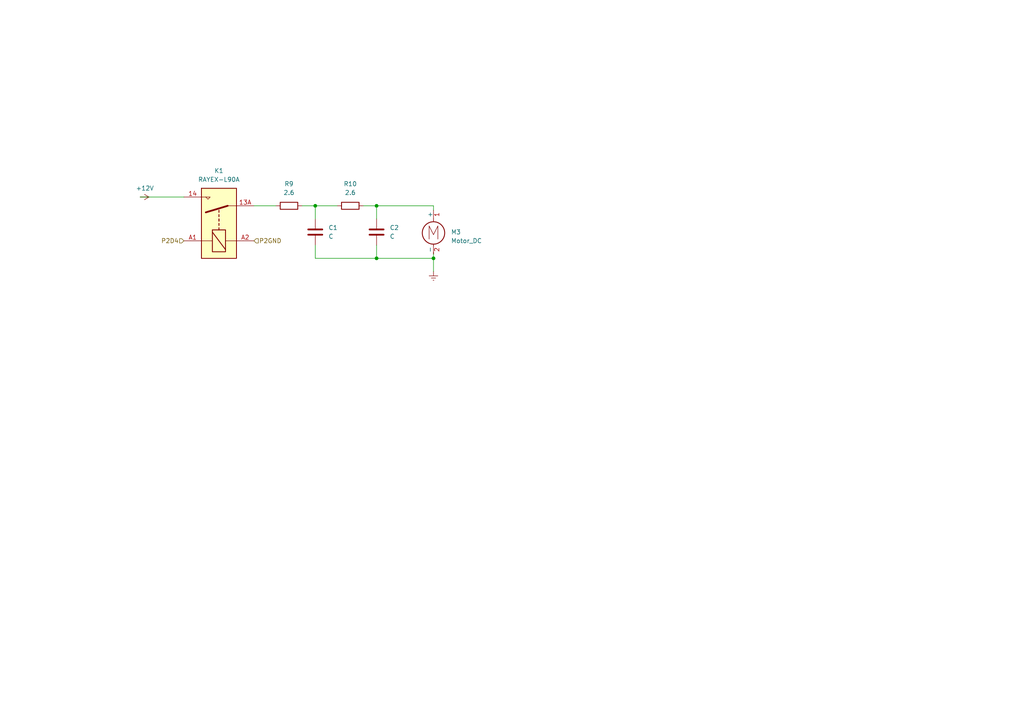
<source format=kicad_sch>
(kicad_sch (version 20230121) (generator eeschema)
  (paper "A4")
  (lib_symbols
    (symbol "Device:C" (pin_numbers hide) (pin_names (offset 0.254))
      (property "Reference" "C" (at 0.635 2.54 0))
      (property "Value" "C" (at 0.635 -2.54 0))
      (symbol "C_0_1"
        (polyline (pts (xy -2.032 -0.762) (xy 2.032 -0.762)) (stroke (width 0.508)))
        (polyline (pts (xy -2.032 0.762) (xy 2.032 0.762)) (stroke (width 0.508)))
      )
      (symbol "C_1_1"
        (pin passive line (at 0 3.81 270) (length 2.794) (name "~") (number "1"))
        (pin passive line (at 0 -3.81 90) (length 2.794) (name "~") (number "2"))
      )
    )
    (symbol "Device:R" (pin_numbers hide) (pin_names (offset 0))
      (property "Reference" "R" (at 2.032 0 90))
      (property "Value" "R" (at 0 0 90))
      (symbol "R_0_1"
        (rectangle (start -1.016 -2.54) (end 1.016 2.54) (stroke (width 0.254)))
      )
      (symbol "R_1_1"
        (pin passive line (at 0 3.81 270) (length 1.27) (name "~") (number "1"))
        (pin passive line (at 0 -3.81 90) (length 1.27) (name "~") (number "2"))
      )
    )
    (symbol "Motor:Motor_DC" (pin_names (offset 0))
      (property "Reference" "M" (at 2.54 2.54 0))
      (property "Value" "Motor_DC" (at 2.54 -5.08 0))
      (symbol "Motor_DC_0_0"
        (polyline (pts (xy -1.27 -3.302) (xy -1.27 0.508) (xy 0 -2.032) (xy 1.27 0.508) (xy 1.27 -3.302)))
      )
      (symbol "Motor_DC_0_1"
        (circle (center 0 -1.524) (radius 3.2512) (stroke (width 0.254)))
        (polyline (pts (xy 0 -7.62) (xy 0 -7.112)))
        (polyline (pts (xy 0 -4.7752) (xy 0 -5.1816)))
        (polyline (pts (xy 0 1.7272) (xy 0 2.0828)))
        (polyline (pts (xy 0 2.032) (xy 0 2.54)))
      )
      (symbol "Motor_DC_1_1"
        (pin passive line (at 0 5.08 270) (length 2.54) (name "+") (number "1"))
        (pin passive line (at 0 -7.62 90) (length 2.54) (name "-") (number "2"))
      )
    )
    (symbol "Relay:RAYEX-L90A"
      (property "Reference" "K" (at 11.43 3.81 0))
      (property "Value" "RAYEX-L90A" (at 11.43 1.27 0))
      (symbol "RAYEX-L90A_1_0"
        (polyline (pts (xy 7.62 3.81) (xy 7.62 5.08)))
        (polyline (pts (xy 7.62 3.81) (xy 7.62 2.54) (xy 6.985 3.175) (xy 7.62 3.81)))
      )
      (symbol "RAYEX-L90A_1_1"
        (rectangle (start -10.16 5.08) (end 10.16 -5.08) (stroke (width 0.254)) (fill (type background)))
        (rectangle (start -8.255 1.905) (end -1.905 -1.905) (stroke (width 0.254)))
        (polyline (pts (xy -7.62 -1.905) (xy -2.54 1.905)) (stroke (width 0.254)))
        (polyline (pts (xy -5.08 -5.08) (xy -5.08 -1.905)))
        (polyline (pts (xy -5.08 5.08) (xy -5.08 1.905)))
        (polyline (pts (xy -1.905 0) (xy -1.27 0)) (stroke (width 0.254)))
        (polyline (pts (xy -0.635 0) (xy 0 0)) (stroke (width 0.254)))
        (polyline (pts (xy 0.635 0) (xy 1.27 0)) (stroke (width 0.254)))
        (polyline (pts (xy 0.635 0) (xy 1.27 0)) (stroke (width 0.254)))
        (polyline (pts (xy 1.905 0) (xy 2.54 0)) (stroke (width 0.254)))
        (polyline (pts (xy 3.175 0) (xy 3.81 0)) (stroke (width 0.254)))
        (polyline (pts (xy 5.08 -2.54) (xy 3.175 3.81)) (stroke (width 0.508)))
        (polyline (pts (xy 5.08 -2.54) (xy 5.08 -5.08)))
        (pin passive line (at 5.08 -10.16 90) (length 5.08) (name "~") (number "13A"))
        (pin passive line (at 5.08 -10.16 90) (length 5.08) hide (name "~") (number "13B"))
        (pin passive line (at 7.62 10.16 270) (length 5.08) (name "~") (number "14"))
        (pin passive line (at -5.08 10.16 270) (length 5.08) (name "~") (number "A1"))
        (pin passive line (at -5.08 -10.16 90) (length 5.08) (name "~") (number "A2"))
      )
    )
    (symbol "power:+12V" (power) (pin_names (offset 0))
      (property "Value" "+12V" (at 0 3.556 0))
      (symbol "+12V_0_1"
        (polyline (pts (xy -0.762 1.27) (xy 0 2.54)))
        (polyline (pts (xy 0 0) (xy 0 2.54)))
        (polyline (pts (xy 0 2.54) (xy 0.762 1.27)))
      )
      (symbol "+12V_1_1"
        (pin power_in line (at 0 0 90) (length 0) hide (name "+12V") (number "1"))
      )
    )
    (symbol "power:Earth" (power) (pin_names (offset 0))
      (symbol "Earth_0_1"
        (polyline (pts (xy -0.635 -1.905) (xy 0.635 -1.905)))
        (polyline (pts (xy -0.127 -2.54) (xy 0.127 -2.54)))
        (polyline (pts (xy 0 -1.27) (xy 0 0)))
        (polyline (pts (xy 1.27 -1.27) (xy -1.27 -1.27)))
      )
      (symbol "Earth_1_1"
        (pin power_in line (at 0 0 270) (length 0) hide (name "Earth") (number "1"))
      )
    )
  )
  (junction (at 109.22 59.69))
  (junction (at 125.73 74.93))
  (junction (at 91.44 59.69))
  (junction (at 109.22 74.93))
  (wire (pts (xy 109.22 59.69) (xy 125.73 59.69)))
  (wire (pts (xy 109.22 63.5) (xy 109.22 59.69)))
  (wire (pts (xy 40.64 57.15) (xy 53.34 57.15)))
  (wire (pts (xy 91.44 59.69) (xy 97.79 59.69)))
  (wire (pts (xy 125.73 74.93) (xy 125.73 78.74)))
  (wire (pts (xy 91.44 63.5) (xy 91.44 59.69)))
  (wire (pts (xy 109.22 59.69) (xy 105.41 59.69)))
  (wire (pts (xy 91.44 74.93) (xy 91.44 71.12)))
  (wire (pts (xy 125.73 60.96) (xy 125.73 59.69)))
  (wire (pts (xy 109.22 74.93) (xy 125.73 74.93)))
  (wire (pts (xy 125.73 74.93) (xy 125.73 73.66)))
  (wire (pts (xy 73.66 59.69) (xy 80.01 59.69)))
  (wire (pts (xy 91.44 59.69) (xy 87.63 59.69)))
  (wire (pts (xy 109.22 74.93) (xy 91.44 74.93)))
  (wire (pts (xy 109.22 71.12) (xy 109.22 74.93)))
  (hierarchical_label "P2D4" (shape input) (at 53.34 69.85 180))
  (hierarchical_label "P2GND" (shape input) (at 73.66 69.85 0))
  (symbol (lib_id "Relay:RAYEX-L90A") (at 63.5 64.77 90) (unit 1)
    (property "Reference" "K1" (at 63.5 49.53 90))
    (property "Value" "RAYEX-L90A" (at 63.5 52.07 90))
    (property "Footprint" "Relay_THT:Relay_SPST_RAYEX-L90A" (effects hide))
    (property "Datasheet" "https://a3.sofastcdn.com/attachment/7jioKBjnRiiSrjrjknRiwS77gwbf3zmp/L90-SERIES.pdf" (effects hide))
  )
  (symbol (lib_id "power:Earth") (at 125.73 78.74 0) (unit 1)
    (property "Reference" "#PWR05" (effects hide))
    (property "Value" "Earth" (effects hide))
  )
  (symbol (lib_id "Motor:Motor_DC") (at 125.73 66.04 0) (unit 1)
    (property "Reference" "M3" (at 130.81 67.31 0) (effects (justify left)))
    (property "Value" "Motor_DC" (at 130.81 69.85 0) (effects (justify left)))
  )
  (symbol (lib_id "Device:R") (at 101.6 59.69 90) (unit 1)
    (property "Reference" "R10" (at 101.6 53.34 90))
    (property "Value" "2.6" (at 101.6 55.88 90))
  )
  (symbol (lib_id "Device:C") (at 91.44 67.31 0) (unit 1)
    (property "Reference" "C1" (at 95.25 66.04 0) (effects (justify left)))
    (property "Value" "C" (at 95.25 68.58 0) (effects (justify left)))
  )
  (symbol (lib_id "power:+12V") (at 40.64 57.15 270) (unit 1)
    (property "Reference" "#PWR01" (effects hide))
    (property "Value" "+12V" (at 39.37 54.61 90) (effects (justify left)))
  )
  (symbol (lib_id "Device:C") (at 109.22 67.31 0) (unit 1)
    (property "Reference" "C2" (at 113.03 66.04 0) (effects (justify left)))
    (property "Value" "C" (at 113.03 68.58 0) (effects (justify left)))
  )
  (symbol (lib_id "Device:R") (at 83.82 59.69 90) (unit 1)
    (property "Reference" "R9" (at 83.82 53.34 90))
    (property "Value" "2.6" (at 83.82 55.88 90))
  )
)
</source>
